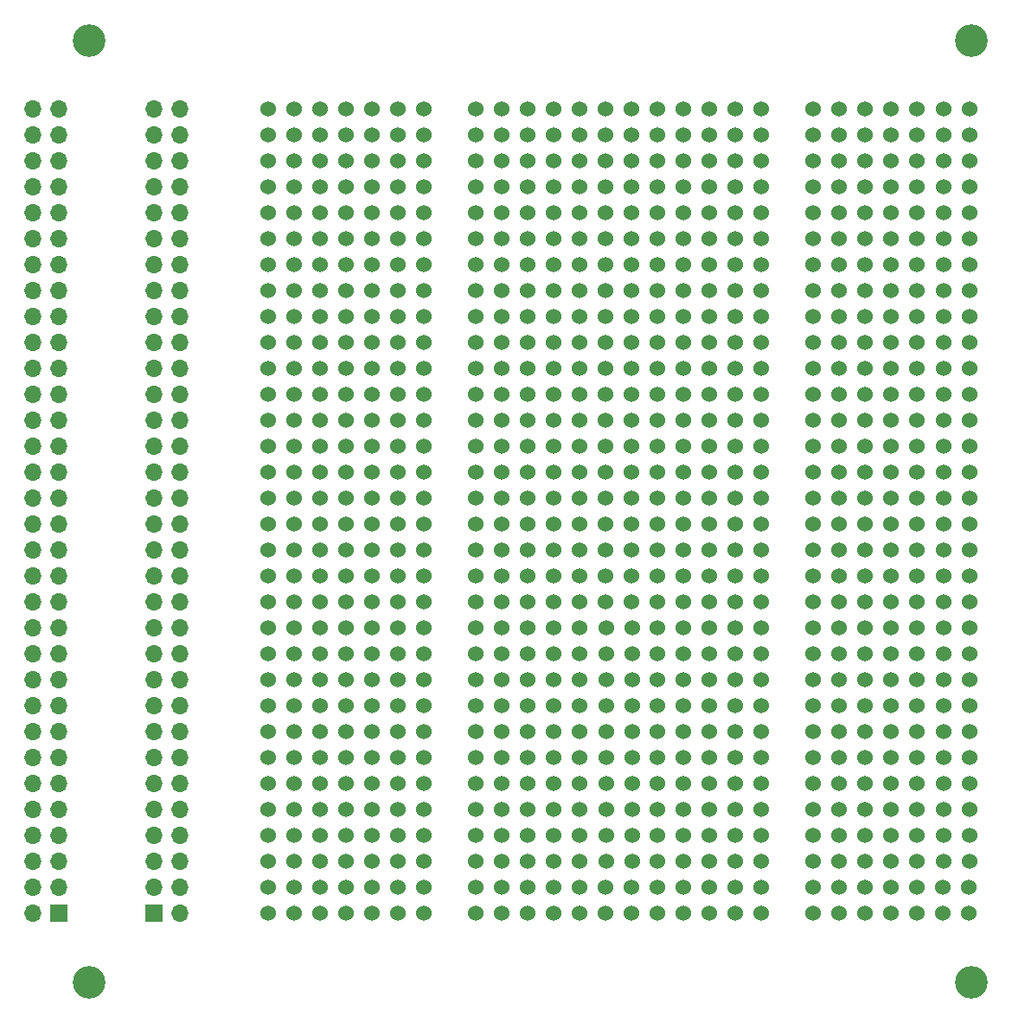
<source format=gbs>
G04 #@! TF.GenerationSoftware,KiCad,Pcbnew,6.0.9*
G04 #@! TF.CreationDate,2022-11-14T08:14:36-08:00*
G04 #@! TF.ProjectId,Protoboard,50726f74-6f62-46f6-9172-642e6b696361,1.0*
G04 #@! TF.SameCoordinates,Original*
G04 #@! TF.FileFunction,Soldermask,Bot*
G04 #@! TF.FilePolarity,Negative*
%FSLAX46Y46*%
G04 Gerber Fmt 4.6, Leading zero omitted, Abs format (unit mm)*
G04 Created by KiCad (PCBNEW 6.0.9) date 2022-11-14 08:14:36*
%MOMM*%
%LPD*%
G01*
G04 APERTURE LIST*
%ADD10C,3.200000*%
%ADD11R,1.700000X1.700000*%
%ADD12O,1.700000X1.700000*%
%ADD13C,1.524000*%
G04 APERTURE END LIST*
D10*
X192532000Y-50419000D03*
X192532000Y-142621000D03*
X106172000Y-50419000D03*
X106172000Y-142621000D03*
D11*
X112522000Y-135890000D03*
D12*
X115062000Y-135890000D03*
X112522000Y-133350000D03*
X115062000Y-133350000D03*
X112522000Y-130810000D03*
X115062000Y-130810000D03*
X112522000Y-128270000D03*
X115062000Y-128270000D03*
X112522000Y-125730000D03*
X115062000Y-125730000D03*
X112522000Y-123190000D03*
X115062000Y-123190000D03*
X112522000Y-120650000D03*
X115062000Y-120650000D03*
X112522000Y-118110000D03*
X115062000Y-118110000D03*
X112522000Y-115570000D03*
X115062000Y-115570000D03*
X112522000Y-113030000D03*
X115062000Y-113030000D03*
X112522000Y-110490000D03*
X115062000Y-110490000D03*
X112522000Y-107950000D03*
X115062000Y-107950000D03*
X112522000Y-105410000D03*
X115062000Y-105410000D03*
X112522000Y-102870000D03*
X115062000Y-102870000D03*
X112522000Y-100330000D03*
X115062000Y-100330000D03*
X112522000Y-97790000D03*
X115062000Y-97790000D03*
X112522000Y-95250000D03*
X115062000Y-95250000D03*
X112522000Y-92710000D03*
X115062000Y-92710000D03*
X112522000Y-90170000D03*
X115062000Y-90170000D03*
X112522000Y-87630000D03*
X115062000Y-87630000D03*
X112522000Y-85090000D03*
X115062000Y-85090000D03*
X112522000Y-82550000D03*
X115062000Y-82550000D03*
X112522000Y-80010000D03*
X115062000Y-80010000D03*
X112522000Y-77470000D03*
X115062000Y-77470000D03*
X112522000Y-74930000D03*
X115062000Y-74930000D03*
X112522000Y-72390000D03*
X115062000Y-72390000D03*
X112522000Y-69850000D03*
X115062000Y-69850000D03*
X112522000Y-67310000D03*
X115062000Y-67310000D03*
X112522000Y-64770000D03*
X115062000Y-64770000D03*
X112522000Y-62230000D03*
X115062000Y-62230000D03*
X112522000Y-59690000D03*
X115062000Y-59690000D03*
X112522000Y-57150000D03*
X115062000Y-57150000D03*
D13*
X156718000Y-80012000D03*
X156718000Y-77472000D03*
X156718000Y-74932000D03*
X156718000Y-72392000D03*
X156718000Y-69852000D03*
X159258000Y-80012000D03*
X159258000Y-77472000D03*
X159258000Y-74932000D03*
X159258000Y-72392000D03*
X159258000Y-69852000D03*
X177038000Y-97786000D03*
X179578000Y-97786000D03*
X182118000Y-97786000D03*
X184658000Y-97786000D03*
X187198000Y-97786000D03*
X177038000Y-100326000D03*
X179578000Y-100326000D03*
X182118000Y-100326000D03*
X184658000Y-100326000D03*
X187198000Y-100326000D03*
X161798000Y-57150000D03*
X164338000Y-57150000D03*
X166878000Y-57150000D03*
X169418000Y-57150000D03*
X171958000Y-57150000D03*
X161798000Y-59690000D03*
X164338000Y-59690000D03*
X166878000Y-59690000D03*
X169418000Y-59690000D03*
X171958000Y-59690000D03*
X161798000Y-67308000D03*
X164338000Y-67308000D03*
X166878000Y-67308000D03*
X169418000Y-67308000D03*
X171958000Y-67308000D03*
X161798000Y-69848000D03*
X164338000Y-69848000D03*
X166878000Y-69848000D03*
X169418000Y-69848000D03*
X171958000Y-69848000D03*
X128778000Y-118110000D03*
X131318000Y-118110000D03*
X133858000Y-118110000D03*
X136398000Y-118110000D03*
X138938000Y-118110000D03*
X128778000Y-120650000D03*
X131318000Y-120650000D03*
X133858000Y-120650000D03*
X136398000Y-120650000D03*
X138938000Y-120650000D03*
X144018000Y-77474000D03*
X146558000Y-77474000D03*
X149098000Y-77474000D03*
X151638000Y-77474000D03*
X154178000Y-77474000D03*
X144018000Y-80014000D03*
X146558000Y-80014000D03*
X149098000Y-80014000D03*
X151638000Y-80014000D03*
X154178000Y-80014000D03*
X156718000Y-67312000D03*
X156718000Y-64772000D03*
X156718000Y-62232000D03*
X156718000Y-59692000D03*
X156718000Y-57152000D03*
X159258000Y-67312000D03*
X159258000Y-64772000D03*
X159258000Y-62232000D03*
X159258000Y-59692000D03*
X159258000Y-57152000D03*
X177038000Y-67306000D03*
X179578000Y-67306000D03*
X182118000Y-67306000D03*
X184658000Y-67306000D03*
X187198000Y-67306000D03*
X177038000Y-69846000D03*
X179578000Y-69846000D03*
X182118000Y-69846000D03*
X184658000Y-69846000D03*
X187198000Y-69846000D03*
X128778000Y-102874000D03*
X131318000Y-102874000D03*
X133858000Y-102874000D03*
X136398000Y-102874000D03*
X138938000Y-102874000D03*
X128778000Y-105414000D03*
X131318000Y-105414000D03*
X133858000Y-105414000D03*
X136398000Y-105414000D03*
X138938000Y-105414000D03*
X123698000Y-130810000D03*
X123698000Y-128270000D03*
X123698000Y-125730000D03*
X123698000Y-123190000D03*
X123698000Y-120650000D03*
X126238000Y-130810000D03*
X126238000Y-128270000D03*
X126238000Y-125730000D03*
X126238000Y-123190000D03*
X126238000Y-120650000D03*
X161798000Y-82552000D03*
X164338000Y-82552000D03*
X166878000Y-82552000D03*
X169418000Y-82552000D03*
X171958000Y-82552000D03*
X161798000Y-85092000D03*
X164338000Y-85092000D03*
X166878000Y-85092000D03*
X169418000Y-85092000D03*
X171958000Y-85092000D03*
X189740000Y-130810000D03*
X189740000Y-128270000D03*
X189740000Y-125730000D03*
X189740000Y-123190000D03*
X189740000Y-120650000D03*
X192280000Y-130810000D03*
X192280000Y-128270000D03*
X192280000Y-125730000D03*
X192280000Y-123190000D03*
X192280000Y-120650000D03*
X144018000Y-133352000D03*
X146558000Y-133352000D03*
X149098000Y-133352000D03*
X151638000Y-133352000D03*
X154178000Y-133352000D03*
X144018000Y-135892000D03*
X146558000Y-135892000D03*
X149098000Y-135892000D03*
X151638000Y-135892000D03*
X154178000Y-135892000D03*
X177038000Y-118108000D03*
X179578000Y-118108000D03*
X182118000Y-118108000D03*
X184658000Y-118108000D03*
X187198000Y-118108000D03*
X177038000Y-120648000D03*
X179578000Y-120648000D03*
X182118000Y-120648000D03*
X184658000Y-120648000D03*
X187198000Y-120648000D03*
X156718000Y-105412000D03*
X156718000Y-102872000D03*
X156718000Y-100332000D03*
X156718000Y-97792000D03*
X156718000Y-95252000D03*
X159258000Y-105412000D03*
X159258000Y-102872000D03*
X159258000Y-100332000D03*
X159258000Y-97792000D03*
X159258000Y-95252000D03*
X161798000Y-102872000D03*
X164338000Y-102872000D03*
X166878000Y-102872000D03*
X169418000Y-102872000D03*
X171958000Y-102872000D03*
X161798000Y-105412000D03*
X164338000Y-105412000D03*
X166878000Y-105412000D03*
X169418000Y-105412000D03*
X171958000Y-105412000D03*
X161798000Y-92710000D03*
X164338000Y-92710000D03*
X166878000Y-92710000D03*
X169418000Y-92710000D03*
X171958000Y-92710000D03*
X161798000Y-95250000D03*
X164338000Y-95250000D03*
X166878000Y-95250000D03*
X169418000Y-95250000D03*
X171958000Y-95250000D03*
X123698000Y-92712000D03*
X123698000Y-90172000D03*
X123698000Y-87632000D03*
X123698000Y-85092000D03*
X123698000Y-82552000D03*
X126238000Y-92712000D03*
X126238000Y-90172000D03*
X126238000Y-87632000D03*
X126238000Y-85092000D03*
X126238000Y-82552000D03*
X128778000Y-82554000D03*
X131318000Y-82554000D03*
X133858000Y-82554000D03*
X136398000Y-82554000D03*
X138938000Y-82554000D03*
X128778000Y-85094000D03*
X131318000Y-85094000D03*
X133858000Y-85094000D03*
X136398000Y-85094000D03*
X138938000Y-85094000D03*
X144018000Y-82556000D03*
X146558000Y-82556000D03*
X149098000Y-82556000D03*
X151638000Y-82556000D03*
X154178000Y-82556000D03*
X144018000Y-85096000D03*
X146558000Y-85096000D03*
X149098000Y-85096000D03*
X151638000Y-85096000D03*
X154178000Y-85096000D03*
X128778000Y-133350000D03*
X131318000Y-133350000D03*
X133858000Y-133350000D03*
X136398000Y-133350000D03*
X138938000Y-133350000D03*
X128778000Y-135890000D03*
X131318000Y-135890000D03*
X133858000Y-135890000D03*
X136398000Y-135890000D03*
X138938000Y-135890000D03*
X128778000Y-123192000D03*
X131318000Y-123192000D03*
X133858000Y-123192000D03*
X136398000Y-123192000D03*
X138938000Y-123192000D03*
X128778000Y-125732000D03*
X131318000Y-125732000D03*
X133858000Y-125732000D03*
X136398000Y-125732000D03*
X138938000Y-125732000D03*
X144018000Y-113034000D03*
X146558000Y-113034000D03*
X149098000Y-113034000D03*
X151638000Y-113034000D03*
X154178000Y-113034000D03*
X144018000Y-115574000D03*
X146558000Y-115574000D03*
X149098000Y-115574000D03*
X151638000Y-115574000D03*
X154178000Y-115574000D03*
X192278000Y-135892000D03*
X189738000Y-135892000D03*
X192278000Y-133352000D03*
X189738000Y-133352000D03*
X144018000Y-123194000D03*
X146558000Y-123194000D03*
X149098000Y-123194000D03*
X151638000Y-123194000D03*
X154178000Y-123194000D03*
X144018000Y-125734000D03*
X146558000Y-125734000D03*
X149098000Y-125734000D03*
X151638000Y-125734000D03*
X154178000Y-125734000D03*
X189740000Y-67310000D03*
X189740000Y-64770000D03*
X189740000Y-62230000D03*
X189740000Y-59690000D03*
X189740000Y-57150000D03*
X192280000Y-67310000D03*
X192280000Y-64770000D03*
X192280000Y-62230000D03*
X192280000Y-59690000D03*
X192280000Y-57150000D03*
X144018000Y-128270000D03*
X146558000Y-128270000D03*
X149098000Y-128270000D03*
X151638000Y-128270000D03*
X154178000Y-128270000D03*
X144018000Y-130810000D03*
X146558000Y-130810000D03*
X149098000Y-130810000D03*
X151638000Y-130810000D03*
X154178000Y-130810000D03*
X189740000Y-92710000D03*
X189740000Y-90170000D03*
X189740000Y-87630000D03*
X189740000Y-85090000D03*
X189740000Y-82550000D03*
X192280000Y-92710000D03*
X192280000Y-90170000D03*
X192280000Y-87630000D03*
X192280000Y-85090000D03*
X192280000Y-82550000D03*
X161798000Y-113030000D03*
X164338000Y-113030000D03*
X166878000Y-113030000D03*
X169418000Y-113030000D03*
X171958000Y-113030000D03*
X161798000Y-115570000D03*
X164338000Y-115570000D03*
X166878000Y-115570000D03*
X169418000Y-115570000D03*
X171958000Y-115570000D03*
X126238000Y-135890000D03*
X123698000Y-135890000D03*
X123698000Y-133350000D03*
X126238000Y-133350000D03*
X128778000Y-107950000D03*
X131318000Y-107950000D03*
X133858000Y-107950000D03*
X136398000Y-107950000D03*
X138938000Y-107950000D03*
X128778000Y-110490000D03*
X131318000Y-110490000D03*
X133858000Y-110490000D03*
X136398000Y-110490000D03*
X138938000Y-110490000D03*
X189740000Y-105410000D03*
X189740000Y-102870000D03*
X189740000Y-100330000D03*
X189740000Y-97790000D03*
X189740000Y-95250000D03*
X192280000Y-105410000D03*
X192280000Y-102870000D03*
X192280000Y-100330000D03*
X192280000Y-97790000D03*
X192280000Y-95250000D03*
X144018000Y-102876000D03*
X146558000Y-102876000D03*
X149098000Y-102876000D03*
X151638000Y-102876000D03*
X154178000Y-102876000D03*
X144018000Y-105416000D03*
X146558000Y-105416000D03*
X149098000Y-105416000D03*
X151638000Y-105416000D03*
X154178000Y-105416000D03*
X177038000Y-123192000D03*
X179578000Y-123192000D03*
X182118000Y-123192000D03*
X184658000Y-123192000D03*
X187198000Y-123192000D03*
X177038000Y-125732000D03*
X179578000Y-125732000D03*
X182118000Y-125732000D03*
X184658000Y-125732000D03*
X187198000Y-125732000D03*
X144018000Y-92714000D03*
X146558000Y-92714000D03*
X149098000Y-92714000D03*
X151638000Y-92714000D03*
X154178000Y-92714000D03*
X144018000Y-95254000D03*
X146558000Y-95254000D03*
X149098000Y-95254000D03*
X151638000Y-95254000D03*
X154178000Y-95254000D03*
X128778000Y-113032000D03*
X131318000Y-113032000D03*
X133858000Y-113032000D03*
X136398000Y-113032000D03*
X138938000Y-113032000D03*
X128778000Y-115572000D03*
X131318000Y-115572000D03*
X133858000Y-115572000D03*
X136398000Y-115572000D03*
X138938000Y-115572000D03*
X177038000Y-77470000D03*
X179578000Y-77470000D03*
X182118000Y-77470000D03*
X184658000Y-77470000D03*
X187198000Y-77470000D03*
X177038000Y-80010000D03*
X179578000Y-80010000D03*
X182118000Y-80010000D03*
X184658000Y-80010000D03*
X187198000Y-80010000D03*
X128778000Y-128268000D03*
X131318000Y-128268000D03*
X133858000Y-128268000D03*
X136398000Y-128268000D03*
X138938000Y-128268000D03*
X128778000Y-130808000D03*
X131318000Y-130808000D03*
X133858000Y-130808000D03*
X136398000Y-130808000D03*
X138938000Y-130808000D03*
X128778000Y-77472000D03*
X131318000Y-77472000D03*
X133858000Y-77472000D03*
X136398000Y-77472000D03*
X138938000Y-77472000D03*
X128778000Y-80012000D03*
X131318000Y-80012000D03*
X133858000Y-80012000D03*
X136398000Y-80012000D03*
X138938000Y-80012000D03*
D11*
X103160000Y-135895000D03*
D12*
X100620000Y-135895000D03*
X103160000Y-133355000D03*
X100620000Y-133355000D03*
X103160000Y-130815000D03*
X100620000Y-130815000D03*
X103160000Y-128275000D03*
X100620000Y-128275000D03*
X103160000Y-125735000D03*
X100620000Y-125735000D03*
X103160000Y-123195000D03*
X100620000Y-123195000D03*
X103160000Y-120655000D03*
X100620000Y-120655000D03*
X103160000Y-118115000D03*
X100620000Y-118115000D03*
X103160000Y-115575000D03*
X100620000Y-115575000D03*
X103160000Y-113035000D03*
X100620000Y-113035000D03*
X103160000Y-110495000D03*
X100620000Y-110495000D03*
X103160000Y-107955000D03*
X100620000Y-107955000D03*
X103160000Y-105415000D03*
X100620000Y-105415000D03*
X103160000Y-102875000D03*
X100620000Y-102875000D03*
X103160000Y-100335000D03*
X100620000Y-100335000D03*
X103160000Y-97795000D03*
X100620000Y-97795000D03*
X103160000Y-95255000D03*
X100620000Y-95255000D03*
X103160000Y-92715000D03*
X100620000Y-92715000D03*
X103160000Y-90175000D03*
X100620000Y-90175000D03*
X103160000Y-87635000D03*
X100620000Y-87635000D03*
X103160000Y-85095000D03*
X100620000Y-85095000D03*
X103160000Y-82555000D03*
X100620000Y-82555000D03*
X103160000Y-80015000D03*
X100620000Y-80015000D03*
X103160000Y-77475000D03*
X100620000Y-77475000D03*
X103160000Y-74935000D03*
X100620000Y-74935000D03*
X103160000Y-72395000D03*
X100620000Y-72395000D03*
X103160000Y-69855000D03*
X100620000Y-69855000D03*
X103160000Y-67315000D03*
X100620000Y-67315000D03*
X103160000Y-64775000D03*
X100620000Y-64775000D03*
X103160000Y-62235000D03*
X100620000Y-62235000D03*
X103160000Y-59695000D03*
X100620000Y-59695000D03*
X103160000Y-57155000D03*
X100620000Y-57155000D03*
D13*
X177038000Y-82546000D03*
X179578000Y-82546000D03*
X182118000Y-82546000D03*
X184658000Y-82546000D03*
X187198000Y-82546000D03*
X177038000Y-85086000D03*
X179578000Y-85086000D03*
X182118000Y-85086000D03*
X184658000Y-85086000D03*
X187198000Y-85086000D03*
X123698000Y-67312000D03*
X123698000Y-64772000D03*
X123698000Y-62232000D03*
X123698000Y-59692000D03*
X123698000Y-57152000D03*
X126238000Y-67312000D03*
X126238000Y-64772000D03*
X126238000Y-62232000D03*
X126238000Y-59692000D03*
X126238000Y-57152000D03*
X177038000Y-72388000D03*
X179578000Y-72388000D03*
X182118000Y-72388000D03*
X184658000Y-72388000D03*
X187198000Y-72388000D03*
X177038000Y-74928000D03*
X179578000Y-74928000D03*
X182118000Y-74928000D03*
X184658000Y-74928000D03*
X187198000Y-74928000D03*
X177038000Y-133352000D03*
X179578000Y-133352000D03*
X182118000Y-133352000D03*
X184658000Y-133352000D03*
X187198000Y-133352000D03*
X177038000Y-135892000D03*
X179578000Y-135892000D03*
X182118000Y-135892000D03*
X184658000Y-135892000D03*
X187198000Y-135892000D03*
X177038000Y-107950000D03*
X179578000Y-107950000D03*
X182118000Y-107950000D03*
X184658000Y-107950000D03*
X187198000Y-107950000D03*
X177038000Y-110490000D03*
X179578000Y-110490000D03*
X182118000Y-110490000D03*
X184658000Y-110490000D03*
X187198000Y-110490000D03*
X189740000Y-80010000D03*
X189740000Y-77470000D03*
X189740000Y-74930000D03*
X189740000Y-72390000D03*
X189740000Y-69850000D03*
X192280000Y-80010000D03*
X192280000Y-77470000D03*
X192280000Y-74930000D03*
X192280000Y-72390000D03*
X192280000Y-69850000D03*
X128778000Y-67310000D03*
X131318000Y-67310000D03*
X133858000Y-67310000D03*
X136398000Y-67310000D03*
X138938000Y-67310000D03*
X128778000Y-69850000D03*
X131318000Y-69850000D03*
X133858000Y-69850000D03*
X136398000Y-69850000D03*
X138938000Y-69850000D03*
X123698000Y-105412000D03*
X123698000Y-102872000D03*
X123698000Y-100332000D03*
X123698000Y-97792000D03*
X123698000Y-95252000D03*
X126238000Y-105412000D03*
X126238000Y-102872000D03*
X126238000Y-100332000D03*
X126238000Y-97792000D03*
X126238000Y-95252000D03*
X128778000Y-57152000D03*
X131318000Y-57152000D03*
X133858000Y-57152000D03*
X136398000Y-57152000D03*
X138938000Y-57152000D03*
X128778000Y-59692000D03*
X131318000Y-59692000D03*
X133858000Y-59692000D03*
X136398000Y-59692000D03*
X138938000Y-59692000D03*
X128778000Y-97792000D03*
X131318000Y-97792000D03*
X133858000Y-97792000D03*
X136398000Y-97792000D03*
X138938000Y-97792000D03*
X128778000Y-100332000D03*
X131318000Y-100332000D03*
X133858000Y-100332000D03*
X136398000Y-100332000D03*
X138938000Y-100332000D03*
X177038000Y-62230000D03*
X179578000Y-62230000D03*
X182118000Y-62230000D03*
X184658000Y-62230000D03*
X187198000Y-62230000D03*
X177038000Y-64770000D03*
X179578000Y-64770000D03*
X182118000Y-64770000D03*
X184658000Y-64770000D03*
X187198000Y-64770000D03*
X161798000Y-72390000D03*
X164338000Y-72390000D03*
X166878000Y-72390000D03*
X169418000Y-72390000D03*
X171958000Y-72390000D03*
X161798000Y-74930000D03*
X164338000Y-74930000D03*
X166878000Y-74930000D03*
X169418000Y-74930000D03*
X171958000Y-74930000D03*
X128778000Y-72392000D03*
X131318000Y-72392000D03*
X133858000Y-72392000D03*
X136398000Y-72392000D03*
X138938000Y-72392000D03*
X128778000Y-74932000D03*
X131318000Y-74932000D03*
X133858000Y-74932000D03*
X136398000Y-74932000D03*
X138938000Y-74932000D03*
X156718000Y-92712000D03*
X156718000Y-90172000D03*
X156718000Y-87632000D03*
X156718000Y-85092000D03*
X156718000Y-82552000D03*
X159258000Y-92712000D03*
X159258000Y-90172000D03*
X159258000Y-87632000D03*
X159258000Y-85092000D03*
X159258000Y-82552000D03*
X177038000Y-113026000D03*
X179578000Y-113026000D03*
X182118000Y-113026000D03*
X184658000Y-113026000D03*
X187198000Y-113026000D03*
X177038000Y-115566000D03*
X179578000Y-115566000D03*
X182118000Y-115566000D03*
X184658000Y-115566000D03*
X187198000Y-115566000D03*
X161798000Y-77470000D03*
X164338000Y-77470000D03*
X166878000Y-77470000D03*
X169418000Y-77470000D03*
X171958000Y-77470000D03*
X161798000Y-80010000D03*
X164338000Y-80010000D03*
X166878000Y-80010000D03*
X169418000Y-80010000D03*
X171958000Y-80010000D03*
X144018000Y-107952000D03*
X146558000Y-107952000D03*
X149098000Y-107952000D03*
X151638000Y-107952000D03*
X154178000Y-107952000D03*
X144018000Y-110492000D03*
X146558000Y-110492000D03*
X149098000Y-110492000D03*
X151638000Y-110492000D03*
X154178000Y-110492000D03*
X144018000Y-87632000D03*
X146558000Y-87632000D03*
X149098000Y-87632000D03*
X151638000Y-87632000D03*
X154178000Y-87632000D03*
X144018000Y-90172000D03*
X146558000Y-90172000D03*
X149098000Y-90172000D03*
X151638000Y-90172000D03*
X154178000Y-90172000D03*
X161798000Y-97790000D03*
X164338000Y-97790000D03*
X166878000Y-97790000D03*
X169418000Y-97790000D03*
X171958000Y-97790000D03*
X161798000Y-100330000D03*
X164338000Y-100330000D03*
X166878000Y-100330000D03*
X169418000Y-100330000D03*
X171958000Y-100330000D03*
X161798000Y-128276000D03*
X164338000Y-128276000D03*
X166878000Y-128276000D03*
X169418000Y-128276000D03*
X171958000Y-128276000D03*
X161798000Y-130816000D03*
X164338000Y-130816000D03*
X166878000Y-130816000D03*
X169418000Y-130816000D03*
X171958000Y-130816000D03*
X161798000Y-133356000D03*
X164338000Y-133356000D03*
X166878000Y-133356000D03*
X169418000Y-133356000D03*
X171958000Y-133356000D03*
X161798000Y-135896000D03*
X164338000Y-135896000D03*
X166878000Y-135896000D03*
X169418000Y-135896000D03*
X171958000Y-135896000D03*
X128778000Y-62234000D03*
X131318000Y-62234000D03*
X133858000Y-62234000D03*
X136398000Y-62234000D03*
X138938000Y-62234000D03*
X128778000Y-64774000D03*
X131318000Y-64774000D03*
X133858000Y-64774000D03*
X136398000Y-64774000D03*
X138938000Y-64774000D03*
X177038000Y-128272000D03*
X179578000Y-128272000D03*
X182118000Y-128272000D03*
X184658000Y-128272000D03*
X187198000Y-128272000D03*
X177038000Y-130812000D03*
X179578000Y-130812000D03*
X182118000Y-130812000D03*
X184658000Y-130812000D03*
X187198000Y-130812000D03*
X144018000Y-72394000D03*
X146558000Y-72394000D03*
X149098000Y-72394000D03*
X151638000Y-72394000D03*
X154178000Y-72394000D03*
X144018000Y-74934000D03*
X146558000Y-74934000D03*
X149098000Y-74934000D03*
X151638000Y-74934000D03*
X154178000Y-74934000D03*
X161798000Y-123196000D03*
X164338000Y-123196000D03*
X166878000Y-123196000D03*
X169418000Y-123196000D03*
X171958000Y-123196000D03*
X161798000Y-125736000D03*
X164338000Y-125736000D03*
X166878000Y-125736000D03*
X169418000Y-125736000D03*
X171958000Y-125736000D03*
X144018000Y-67312000D03*
X146558000Y-67312000D03*
X149098000Y-67312000D03*
X151638000Y-67312000D03*
X154178000Y-67312000D03*
X144018000Y-69852000D03*
X146558000Y-69852000D03*
X149098000Y-69852000D03*
X151638000Y-69852000D03*
X154178000Y-69852000D03*
X177038000Y-57150000D03*
X179578000Y-57150000D03*
X182118000Y-57150000D03*
X184658000Y-57150000D03*
X187198000Y-57150000D03*
X177038000Y-59690000D03*
X179578000Y-59690000D03*
X182118000Y-59690000D03*
X184658000Y-59690000D03*
X187198000Y-59690000D03*
X156720000Y-130810000D03*
X156720000Y-128270000D03*
X156720000Y-125730000D03*
X156720000Y-123190000D03*
X156720000Y-120650000D03*
X159260000Y-130810000D03*
X159260000Y-128270000D03*
X159260000Y-125730000D03*
X159260000Y-123190000D03*
X159260000Y-120650000D03*
X144018000Y-97794000D03*
X146558000Y-97794000D03*
X149098000Y-97794000D03*
X151638000Y-97794000D03*
X154178000Y-97794000D03*
X144018000Y-100334000D03*
X146558000Y-100334000D03*
X149098000Y-100334000D03*
X151638000Y-100334000D03*
X154178000Y-100334000D03*
X156720000Y-118110000D03*
X156720000Y-115570000D03*
X156720000Y-113030000D03*
X156720000Y-110490000D03*
X156720000Y-107950000D03*
X159260000Y-118110000D03*
X159260000Y-115570000D03*
X159260000Y-113030000D03*
X159260000Y-110490000D03*
X159260000Y-107950000D03*
X144018000Y-57152000D03*
X146558000Y-57152000D03*
X149098000Y-57152000D03*
X151638000Y-57152000D03*
X154178000Y-57152000D03*
X144018000Y-59692000D03*
X146558000Y-59692000D03*
X149098000Y-59692000D03*
X151638000Y-59692000D03*
X154178000Y-59692000D03*
X123698000Y-118112000D03*
X123698000Y-115572000D03*
X123698000Y-113032000D03*
X123698000Y-110492000D03*
X123698000Y-107952000D03*
X126238000Y-118112000D03*
X126238000Y-115572000D03*
X126238000Y-113032000D03*
X126238000Y-110492000D03*
X126238000Y-107952000D03*
X161798000Y-62232000D03*
X164338000Y-62232000D03*
X166878000Y-62232000D03*
X169418000Y-62232000D03*
X171958000Y-62232000D03*
X161798000Y-64772000D03*
X164338000Y-64772000D03*
X166878000Y-64772000D03*
X169418000Y-64772000D03*
X171958000Y-64772000D03*
X177038000Y-87628000D03*
X179578000Y-87628000D03*
X182118000Y-87628000D03*
X184658000Y-87628000D03*
X187198000Y-87628000D03*
X177038000Y-90168000D03*
X179578000Y-90168000D03*
X182118000Y-90168000D03*
X184658000Y-90168000D03*
X187198000Y-90168000D03*
X161798000Y-118110000D03*
X164338000Y-118110000D03*
X166878000Y-118110000D03*
X169418000Y-118110000D03*
X171958000Y-118110000D03*
X161798000Y-120650000D03*
X164338000Y-120650000D03*
X166878000Y-120650000D03*
X169418000Y-120650000D03*
X171958000Y-120650000D03*
X177038000Y-92710000D03*
X179578000Y-92710000D03*
X182118000Y-92710000D03*
X184658000Y-92710000D03*
X187198000Y-92710000D03*
X177038000Y-95250000D03*
X179578000Y-95250000D03*
X182118000Y-95250000D03*
X184658000Y-95250000D03*
X187198000Y-95250000D03*
X177038000Y-102868000D03*
X179578000Y-102868000D03*
X182118000Y-102868000D03*
X184658000Y-102868000D03*
X187198000Y-102868000D03*
X177038000Y-105408000D03*
X179578000Y-105408000D03*
X182118000Y-105408000D03*
X184658000Y-105408000D03*
X187198000Y-105408000D03*
X161798000Y-87628000D03*
X164338000Y-87628000D03*
X166878000Y-87628000D03*
X169418000Y-87628000D03*
X171958000Y-87628000D03*
X161798000Y-90168000D03*
X164338000Y-90168000D03*
X166878000Y-90168000D03*
X169418000Y-90168000D03*
X171958000Y-90168000D03*
X144018000Y-118110000D03*
X146558000Y-118110000D03*
X149098000Y-118110000D03*
X151638000Y-118110000D03*
X154178000Y-118110000D03*
X144018000Y-120650000D03*
X146558000Y-120650000D03*
X149098000Y-120650000D03*
X151638000Y-120650000D03*
X154178000Y-120650000D03*
X189740000Y-118110000D03*
X189740000Y-115570000D03*
X189740000Y-113030000D03*
X189740000Y-110490000D03*
X189740000Y-107950000D03*
X192280000Y-118110000D03*
X192280000Y-115570000D03*
X192280000Y-113030000D03*
X192280000Y-110490000D03*
X192280000Y-107950000D03*
X128778000Y-92712000D03*
X131318000Y-92712000D03*
X133858000Y-92712000D03*
X136398000Y-92712000D03*
X138938000Y-92712000D03*
X128778000Y-95252000D03*
X131318000Y-95252000D03*
X133858000Y-95252000D03*
X136398000Y-95252000D03*
X138938000Y-95252000D03*
X156718000Y-135894000D03*
X159258000Y-135894000D03*
X156718000Y-133354000D03*
X159258000Y-133354000D03*
X161798000Y-107948000D03*
X164338000Y-107948000D03*
X166878000Y-107948000D03*
X169418000Y-107948000D03*
X171958000Y-107948000D03*
X161798000Y-110488000D03*
X164338000Y-110488000D03*
X166878000Y-110488000D03*
X169418000Y-110488000D03*
X171958000Y-110488000D03*
X144018000Y-62236000D03*
X146558000Y-62236000D03*
X149098000Y-62236000D03*
X151638000Y-62236000D03*
X154178000Y-62236000D03*
X144018000Y-64776000D03*
X146558000Y-64776000D03*
X149098000Y-64776000D03*
X151638000Y-64776000D03*
X154178000Y-64776000D03*
X128778000Y-87630000D03*
X131318000Y-87630000D03*
X133858000Y-87630000D03*
X136398000Y-87630000D03*
X138938000Y-87630000D03*
X128778000Y-90170000D03*
X131318000Y-90170000D03*
X133858000Y-90170000D03*
X136398000Y-90170000D03*
X138938000Y-90170000D03*
X123698000Y-80012000D03*
X123698000Y-77472000D03*
X123698000Y-74932000D03*
X123698000Y-72392000D03*
X123698000Y-69852000D03*
X126238000Y-80012000D03*
X126238000Y-77472000D03*
X126238000Y-74932000D03*
X126238000Y-72392000D03*
X126238000Y-69852000D03*
M02*

</source>
